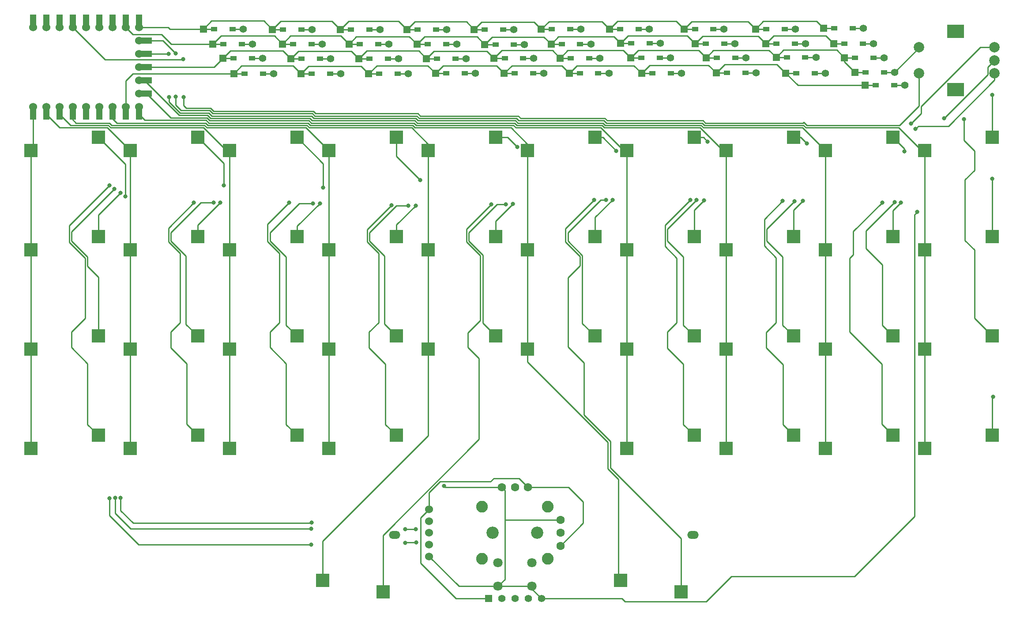
<source format=gbr>
%TF.GenerationSoftware,KiCad,Pcbnew,7.0.8*%
%TF.CreationDate,2024-05-12T08:22:54+09:00*%
%TF.ProjectId,ckb6,636b6236-2e6b-4696-9361-645f70636258,rev?*%
%TF.SameCoordinates,Original*%
%TF.FileFunction,Copper,L2,Bot*%
%TF.FilePolarity,Positive*%
%FSLAX46Y46*%
G04 Gerber Fmt 4.6, Leading zero omitted, Abs format (unit mm)*
G04 Created by KiCad (PCBNEW 7.0.8) date 2024-05-12 08:22:54*
%MOMM*%
%LPD*%
G01*
G04 APERTURE LIST*
%TA.AperFunction,ComponentPad*%
%ADD10R,1.397000X1.397000*%
%TD*%
%TA.AperFunction,SMDPad,CuDef*%
%ADD11R,1.300000X0.950000*%
%TD*%
%TA.AperFunction,ComponentPad*%
%ADD12C,1.397000*%
%TD*%
%TA.AperFunction,SMDPad,CuDef*%
%ADD13R,2.550000X2.500000*%
%TD*%
%TA.AperFunction,ComponentPad*%
%ADD14C,2.250000*%
%TD*%
%TA.AperFunction,ComponentPad*%
%ADD15C,2.350000*%
%TD*%
%TA.AperFunction,ComponentPad*%
%ADD16C,1.524000*%
%TD*%
%TA.AperFunction,ComponentPad*%
%ADD17C,1.600000*%
%TD*%
%TA.AperFunction,ComponentPad*%
%ADD18C,1.800000*%
%TD*%
%TA.AperFunction,ComponentPad*%
%ADD19O,2.200000X1.500000*%
%TD*%
%TA.AperFunction,SMDPad,CuDef*%
%ADD20R,2.600000X2.600000*%
%TD*%
%TA.AperFunction,ComponentPad*%
%ADD21C,2.000000*%
%TD*%
%TA.AperFunction,ComponentPad*%
%ADD22R,3.200000X2.500000*%
%TD*%
%TA.AperFunction,SMDPad,CuDef*%
%ADD23R,1.200000X2.000000*%
%TD*%
%TA.AperFunction,SMDPad,CuDef*%
%ADD24R,2.000000X1.200000*%
%TD*%
%TA.AperFunction,ViaPad*%
%ADD25C,0.800000*%
%TD*%
%TA.AperFunction,Conductor*%
%ADD26C,0.250000*%
%TD*%
G04 APERTURE END LIST*
D10*
%TO.P,D16,1,K*%
%TO.N,row1*%
X72975000Y142380000D03*
D11*
X75010000Y142380000D03*
%TO.P,D16,2,A*%
%TO.N,Net-(D16-A)*%
X78560000Y142380000D03*
D12*
X80595000Y142380000D03*
%TD*%
D13*
%TO.P,SW301,1,1*%
%TO.N,col0*%
X-67985000Y83740000D03*
%TO.P,SW301,2,2*%
%TO.N,Net-(D301-A)*%
X-55058000Y86280000D03*
%TD*%
%TO.P,SW1,1,1*%
%TO.N,col0*%
X-67985000Y121840000D03*
%TO.P,SW1,2,2*%
%TO.N,Net-(D1-A)*%
X-55058000Y124380000D03*
%TD*%
D10*
%TO.P,D303,1,K*%
%TO.N,row3*%
X35240000Y136700000D03*
D11*
X37275000Y136700000D03*
%TO.P,D303,2,A*%
%TO.N,Net-(D303-A)*%
X40825000Y136700000D03*
D12*
X42860000Y136700000D03*
%TD*%
D13*
%TO.P,SW27,1,1*%
%TO.N,col9*%
X103465000Y83740000D03*
%TO.P,SW27,2,2*%
%TO.N,Net-(D27-A)*%
X116392000Y86280000D03*
%TD*%
%TO.P,SW30,1,1*%
%TO.N,col3*%
X-10840000Y64700000D03*
%TO.P,SW30,2,2*%
%TO.N,Net-(D30-A)*%
X2087000Y67240000D03*
%TD*%
D10*
%TO.P,D15,1,K*%
%TO.N,row1*%
X59395000Y142380000D03*
D11*
X61430000Y142380000D03*
%TO.P,D15,2,A*%
%TO.N,Net-(D15-A)*%
X64980000Y142380000D03*
D12*
X67015000Y142380000D03*
%TD*%
D13*
%TO.P,SW17,1,1*%
%TO.N,col9*%
X103465000Y102790000D03*
%TO.P,SW17,2,2*%
%TO.N,Net-(D17-A)*%
X116392000Y105330000D03*
%TD*%
%TO.P,SW10,1,1*%
%TO.N,col2*%
X-29885000Y102790000D03*
%TO.P,SW10,2,2*%
%TO.N,Net-(D10-A)*%
X-16958000Y105330000D03*
%TD*%
%TO.P,SW15,1,1*%
%TO.N,col7*%
X65365000Y102790000D03*
%TO.P,SW15,2,2*%
%TO.N,Net-(D15-A)*%
X78292000Y105330000D03*
%TD*%
D10*
%TO.P,D19,1,K*%
%TO.N,row2*%
X-5080000Y139510000D03*
D11*
X-3045000Y139510000D03*
%TO.P,D19,2,A*%
%TO.N,Net-(D19-A)*%
X505000Y139510000D03*
D12*
X2540000Y139510000D03*
%TD*%
D10*
%TO.P,D28,1,K*%
%TO.N,row1*%
X-19765000Y142300000D03*
D11*
X-17730000Y142300000D03*
%TO.P,D28,2,A*%
%TO.N,Net-(D28-A)*%
X-14180000Y142300000D03*
D12*
X-12145000Y142300000D03*
%TD*%
D13*
%TO.P,SW28,1,1*%
%TO.N,col1*%
X-48935000Y102790000D03*
%TO.P,SW28,2,2*%
%TO.N,Net-(D28-A)*%
X-36008000Y105330000D03*
%TD*%
D10*
%TO.P,D5,1,K*%
%TO.N,row0*%
X17030000Y145110000D03*
D11*
X19065000Y145110000D03*
%TO.P,D5,2,A*%
%TO.N,Net-(D5-A)*%
X22615000Y145110000D03*
D12*
X24650000Y145110000D03*
%TD*%
D13*
%TO.P,SW19,1,1*%
%TO.N,col2*%
X-29885000Y83740000D03*
%TO.P,SW19,2,2*%
%TO.N,Net-(D19-A)*%
X-16958000Y86280000D03*
%TD*%
D10*
%TO.P,D24,1,K*%
%TO.N,row2*%
X61495000Y139670000D03*
D11*
X63530000Y139670000D03*
%TO.P,D24,2,A*%
%TO.N,Net-(D24-A)*%
X67080000Y139670000D03*
D12*
X69115000Y139670000D03*
%TD*%
D10*
%TO.P,D14,1,K*%
%TO.N,row1*%
X45075000Y142430000D03*
D11*
X47110000Y142430000D03*
%TO.P,D14,2,A*%
%TO.N,Net-(D14-A)*%
X50660000Y142430000D03*
D12*
X52695000Y142430000D03*
%TD*%
D10*
%TO.P,D302,1,K*%
%TO.N,row3*%
X-3205000Y136630000D03*
D11*
X-1170000Y136630000D03*
%TO.P,D302,2,A*%
%TO.N,Net-(D302-A)*%
X2380000Y136630000D03*
D12*
X4415000Y136630000D03*
%TD*%
D13*
%TO.P,SW13,1,1*%
%TO.N,col5*%
X27265000Y102790000D03*
%TO.P,SW13,2,2*%
%TO.N,Net-(D13-A)*%
X40192000Y105330000D03*
%TD*%
%TO.P,SW9,1,1*%
%TO.N,col8*%
X84415000Y121840000D03*
%TO.P,SW9,2,2*%
%TO.N,Net-(D9-A)*%
X97342000Y124380000D03*
%TD*%
D10*
%TO.P,D21,1,K*%
%TO.N,row2*%
X20845000Y139580000D03*
D11*
X22880000Y139580000D03*
%TO.P,D21,2,A*%
%TO.N,Net-(D21-A)*%
X26430000Y139580000D03*
D12*
X28465000Y139580000D03*
%TD*%
D13*
%TO.P,SW31,1,1*%
%TO.N,col6*%
X46315000Y64690000D03*
%TO.P,SW31,2,2*%
%TO.N,Net-(D31-A)*%
X59242000Y67230000D03*
%TD*%
D10*
%TO.P,D20,1,K*%
%TO.N,row2*%
X7870000Y139500000D03*
D11*
X9905000Y139500000D03*
%TO.P,D20,2,A*%
%TO.N,Net-(D20-A)*%
X13455000Y139500000D03*
D12*
X15490000Y139500000D03*
%TD*%
D13*
%TO.P,SW202,1,1*%
%TO.N,col8*%
X84415000Y64690000D03*
%TO.P,SW202,2,2*%
%TO.N,Net-(D202-A)*%
X97342000Y67230000D03*
%TD*%
D10*
%TO.P,D26,1,K*%
%TO.N,row3*%
X-29095000Y136590000D03*
D11*
X-27060000Y136590000D03*
%TO.P,D26,2,A*%
%TO.N,Net-(D26-A)*%
X-23510000Y136590000D03*
D12*
X-21475000Y136590000D03*
%TD*%
D10*
%TO.P,D13,1,K*%
%TO.N,row1*%
X31770000Y142280000D03*
D11*
X33805000Y142280000D03*
%TO.P,D13,2,A*%
%TO.N,Net-(D13-A)*%
X37355000Y142280000D03*
D12*
X39390000Y142280000D03*
%TD*%
D10*
%TO.P,D1,1,K*%
%TO.N,row0*%
X-34925000Y145170000D03*
D11*
X-32890000Y145170000D03*
%TO.P,D1,2,A*%
%TO.N,Net-(D1-A)*%
X-29340000Y145170000D03*
D12*
X-27305000Y145170000D03*
%TD*%
D13*
%TO.P,SW29,1,1*%
%TO.N,col7*%
X65365000Y64690000D03*
%TO.P,SW29,2,2*%
%TO.N,Net-(D29-A)*%
X78292000Y67230000D03*
%TD*%
%TO.P,SW3,1,1*%
%TO.N,col2*%
X-29885000Y121840000D03*
%TO.P,SW3,2,2*%
%TO.N,Net-(D3-A)*%
X-16958000Y124380000D03*
%TD*%
%TO.P,SW22,1,1*%
%TO.N,col5*%
X27265000Y83740000D03*
%TO.P,SW22,2,2*%
%TO.N,Net-(D22-A)*%
X40192000Y86280000D03*
%TD*%
D10*
%TO.P,D102,1,K*%
%TO.N,row1*%
X-33095000Y142310000D03*
D11*
X-31060000Y142310000D03*
%TO.P,D102,2,A*%
%TO.N,Net-(D102-A)*%
X-27510000Y142310000D03*
D12*
X-25475000Y142310000D03*
%TD*%
D10*
%TO.P,D23,1,K*%
%TO.N,row2*%
X47045000Y139620000D03*
D11*
X49080000Y139620000D03*
%TO.P,D23,2,A*%
%TO.N,Net-(D23-A)*%
X52630000Y139620000D03*
D12*
X54665000Y139620000D03*
%TD*%
D10*
%TO.P,D9,1,K*%
%TO.N,row0*%
X70995000Y145190000D03*
D11*
X73030000Y145190000D03*
%TO.P,D9,2,A*%
%TO.N,Net-(D9-A)*%
X76580000Y145190000D03*
D12*
X78615000Y145190000D03*
%TD*%
D13*
%TO.P,SW12,1,1*%
%TO.N,col4*%
X8215000Y102790000D03*
%TO.P,SW12,2,2*%
%TO.N,Net-(D12-A)*%
X21142000Y105330000D03*
%TD*%
D14*
%TO.P,J1,*%
%TO.N,*%
X18517500Y53520000D03*
X18517500Y43520000D03*
D15*
X20542500Y48520000D03*
X29142500Y48520000D03*
D14*
X31167500Y53520000D03*
X31167500Y43520000D03*
D16*
%TO.P,J1,1,Pin_1*%
%TO.N,VCC*%
X8332500Y53028000D03*
D17*
X27342500Y57250000D03*
X33572500Y46020000D03*
D16*
%TO.P,J1,2,Pin_2*%
%TO.N,joy_x*%
X8332500Y50774000D03*
D17*
X24842500Y57250000D03*
D16*
%TO.P,J1,3,Pin_3*%
%TO.N,joy_y*%
X8332500Y48520000D03*
D17*
X33572500Y48520000D03*
D16*
%TO.P,J1,4,Pin_4*%
%TO.N,sw_joy*%
X8332500Y46266000D03*
D18*
X21592500Y42770000D03*
X28092500Y42770000D03*
D16*
%TO.P,J1,5,Pin_5*%
%TO.N,GND*%
X8332500Y44012000D03*
D18*
X21592500Y38270000D03*
D17*
X22342500Y57250000D03*
D18*
X28092500Y38270000D03*
D17*
X33572500Y51020000D03*
%TD*%
D10*
%TO.P,D29,1,K*%
%TO.N,row3*%
X63440000Y136760000D03*
D11*
X65475000Y136760000D03*
%TO.P,D29,2,A*%
%TO.N,Net-(D29-A)*%
X69025000Y136760000D03*
D12*
X71060000Y136760000D03*
%TD*%
D13*
%TO.P,SW102,1,1*%
%TO.N,col0*%
X-67985000Y102790000D03*
%TO.P,SW102,2,2*%
%TO.N,Net-(D102-A)*%
X-55058000Y105330000D03*
%TD*%
D10*
%TO.P,D101,1,K*%
%TO.N,row0*%
X84025000Y145310000D03*
D11*
X86060000Y145310000D03*
%TO.P,D101,2,A*%
%TO.N,Net-(D101-A)*%
X89610000Y145310000D03*
D12*
X91645000Y145310000D03*
%TD*%
D13*
%TO.P,SW6,1,1*%
%TO.N,col5*%
X27265000Y121840000D03*
%TO.P,SW6,2,2*%
%TO.N,Net-(D6-A)*%
X40192000Y124380000D03*
%TD*%
D10*
%TO.P,D22,1,K*%
%TO.N,row2*%
X33505000Y139610000D03*
D11*
X35540000Y139610000D03*
%TO.P,D22,2,A*%
%TO.N,Net-(D22-A)*%
X39090000Y139610000D03*
D12*
X41125000Y139610000D03*
%TD*%
D10*
%TO.P,D301,1,K*%
%TO.N,row2*%
X-31155000Y139560000D03*
D11*
X-29120000Y139560000D03*
%TO.P,D301,2,A*%
%TO.N,Net-(D301-A)*%
X-25570000Y139560000D03*
D12*
X-23535000Y139560000D03*
%TD*%
D10*
%TO.P,D27,1,K*%
%TO.N,row3*%
X91980000Y134400000D03*
D11*
X94015000Y134400000D03*
%TO.P,D27,2,A*%
%TO.N,Net-(D27-A)*%
X97565000Y134400000D03*
D12*
X99600000Y134400000D03*
%TD*%
D10*
%TO.P,D12,1,K*%
%TO.N,row1*%
X19065000Y142220000D03*
D11*
X21100000Y142220000D03*
%TO.P,D12,2,A*%
%TO.N,Net-(D12-A)*%
X24650000Y142220000D03*
D12*
X26685000Y142220000D03*
%TD*%
D19*
%TO.P,SW32,*%
%TO.N,*%
X1795000Y48100000D03*
D20*
%TO.P,SW32,1,1*%
%TO.N,col4*%
X-12055000Y39400000D03*
%TO.P,SW32,2,2*%
%TO.N,Net-(D32-A)*%
X-455000Y37200000D03*
%TD*%
D13*
%TO.P,SW5,1,1*%
%TO.N,col4*%
X8215000Y121840000D03*
%TO.P,SW5,2,2*%
%TO.N,Net-(D5-A)*%
X21142000Y124380000D03*
%TD*%
D10*
%TO.P,TB1,1,VCC*%
%TO.N,VCC*%
X19762500Y35910000D03*
D12*
%TO.P,TB1,2,SDA*%
%TO.N,joy_x*%
X22302500Y35910000D03*
%TO.P,TB1,3,SCL*%
%TO.N,joy_y*%
X24842500Y35910000D03*
%TO.P,TB1,4,INT*%
%TO.N,sw_joy*%
X27382500Y35910000D03*
%TO.P,TB1,5,GND*%
%TO.N,GND*%
X29922500Y35910000D03*
%TD*%
D10*
%TO.P,D3,1,K*%
%TO.N,row0*%
X-8645000Y145060000D03*
D11*
X-6610000Y145060000D03*
%TO.P,D3,2,A*%
%TO.N,Net-(D3-A)*%
X-3060000Y145060000D03*
D12*
X-1025000Y145060000D03*
%TD*%
D10*
%TO.P,D30,1,K*%
%TO.N,row3*%
X9595000Y136660000D03*
D11*
X11630000Y136660000D03*
%TO.P,D30,2,A*%
%TO.N,Net-(D30-A)*%
X15180000Y136660000D03*
D12*
X17215000Y136660000D03*
%TD*%
D10*
%TO.P,D8,1,K*%
%TO.N,row0*%
X57335000Y145140000D03*
D11*
X59370000Y145140000D03*
%TO.P,D8,2,A*%
%TO.N,Net-(D8-A)*%
X62920000Y145140000D03*
D12*
X64955000Y145140000D03*
%TD*%
D13*
%TO.P,SW24,1,1*%
%TO.N,col7*%
X65365000Y83740000D03*
%TO.P,SW24,2,2*%
%TO.N,Net-(D24-A)*%
X78292000Y86280000D03*
%TD*%
%TO.P,SW16,1,1*%
%TO.N,col8*%
X84415000Y102790000D03*
%TO.P,SW16,2,2*%
%TO.N,Net-(D16-A)*%
X97342000Y105330000D03*
%TD*%
D21*
%TO.P,SW33,A,A*%
%TO.N,ro01*%
X116850000Y136660000D03*
%TO.P,SW33,B,B*%
%TO.N,ro02*%
X116850000Y141660000D03*
%TO.P,SW33,C,C*%
%TO.N,GND*%
X116850000Y139160000D03*
D22*
%TO.P,SW33,MP*%
%TO.N,N/C*%
X109350000Y133560000D03*
X109350000Y144760000D03*
D21*
%TO.P,SW33,S1,S1*%
%TO.N,Net-(D33-A)*%
X102350000Y141660000D03*
%TO.P,SW33,S2,S2*%
%TO.N,col10*%
X102350000Y136660000D03*
%TD*%
D10*
%TO.P,D201,1,K*%
%TO.N,row3*%
X-16230000Y136630000D03*
D11*
X-14195000Y136630000D03*
%TO.P,D201,2,A*%
%TO.N,Net-(D201-A)*%
X-10645000Y136630000D03*
D12*
X-8610000Y136630000D03*
%TD*%
D13*
%TO.P,SW23,1,1*%
%TO.N,col6*%
X46315000Y83740000D03*
%TO.P,SW23,2,2*%
%TO.N,Net-(D23-A)*%
X59242000Y86280000D03*
%TD*%
%TO.P,SW7,1,1*%
%TO.N,col6*%
X46315000Y121840000D03*
%TO.P,SW7,2,2*%
%TO.N,Net-(D7-A)*%
X59242000Y124380000D03*
%TD*%
D10*
%TO.P,D34,1,K*%
%TO.N,row2*%
X88040000Y139690000D03*
D11*
X90075000Y139690000D03*
%TO.P,D34,2,A*%
%TO.N,Net-(D34-A)*%
X93625000Y139690000D03*
D12*
X95660000Y139690000D03*
%TD*%
D10*
%TO.P,D4,1,K*%
%TO.N,row0*%
X4100000Y145080000D03*
D11*
X6135000Y145080000D03*
%TO.P,D4,2,A*%
%TO.N,Net-(D4-A)*%
X9685000Y145080000D03*
D12*
X11720000Y145080000D03*
%TD*%
D13*
%TO.P,SW14,1,1*%
%TO.N,col6*%
X46315000Y102790000D03*
%TO.P,SW14,2,2*%
%TO.N,Net-(D14-A)*%
X59242000Y105330000D03*
%TD*%
%TO.P,SW21,1,1*%
%TO.N,col4*%
X8215000Y83740000D03*
%TO.P,SW21,2,2*%
%TO.N,Net-(D21-A)*%
X21142000Y86280000D03*
%TD*%
D10*
%TO.P,D6,1,K*%
%TO.N,row0*%
X29890000Y145160000D03*
D11*
X31925000Y145160000D03*
%TO.P,D6,2,A*%
%TO.N,Net-(D6-A)*%
X35475000Y145160000D03*
D12*
X37510000Y145160000D03*
%TD*%
D13*
%TO.P,SW101,1,1*%
%TO.N,col9*%
X103465000Y121840000D03*
%TO.P,SW101,2,2*%
%TO.N,Net-(D101-A)*%
X116392000Y124380000D03*
%TD*%
D10*
%TO.P,D25,1,K*%
%TO.N,row2*%
X74950000Y139710000D03*
D11*
X76985000Y139710000D03*
%TO.P,D25,2,A*%
%TO.N,Net-(D25-A)*%
X80535000Y139710000D03*
D12*
X82570000Y139710000D03*
%TD*%
D13*
%TO.P,SW18,1,1*%
%TO.N,col1*%
X-48935000Y83740000D03*
%TO.P,SW18,2,2*%
%TO.N,Net-(D18-A)*%
X-36008000Y86280000D03*
%TD*%
D10*
%TO.P,D31,1,K*%
%TO.N,row3*%
X49145000Y136700000D03*
D11*
X51180000Y136700000D03*
%TO.P,D31,2,A*%
%TO.N,Net-(D31-A)*%
X54730000Y136700000D03*
D12*
X56765000Y136700000D03*
%TD*%
D13*
%TO.P,SW302,1,1*%
%TO.N,col2*%
X-29885000Y64690000D03*
%TO.P,SW302,2,2*%
%TO.N,Net-(D302-A)*%
X-16958000Y67230000D03*
%TD*%
D10*
%TO.P,D10,1,K*%
%TO.N,row1*%
X-6995000Y142310000D03*
D11*
X-4960000Y142310000D03*
%TO.P,D10,2,A*%
%TO.N,Net-(D10-A)*%
X-1410000Y142310000D03*
D12*
X625000Y142310000D03*
%TD*%
D10*
%TO.P,D7,1,K*%
%TO.N,row0*%
X42985000Y145180000D03*
D11*
X45020000Y145180000D03*
%TO.P,D7,2,A*%
%TO.N,Net-(D7-A)*%
X48570000Y145180000D03*
D12*
X50605000Y145180000D03*
%TD*%
D10*
%TO.P,D33,1,K*%
%TO.N,row2*%
X90030000Y136880000D03*
D11*
X92065000Y136880000D03*
%TO.P,D33,2,A*%
%TO.N,Net-(D33-A)*%
X95615000Y136880000D03*
D12*
X97650000Y136880000D03*
%TD*%
D13*
%TO.P,SW201,1,1*%
%TO.N,col1*%
X-48935000Y64690000D03*
%TO.P,SW201,2,2*%
%TO.N,Net-(D201-A)*%
X-36008000Y67230000D03*
%TD*%
%TO.P,SW25,1,1*%
%TO.N,col8*%
X84415000Y83740000D03*
%TO.P,SW25,2,2*%
%TO.N,Net-(D25-A)*%
X97342000Y86280000D03*
%TD*%
D10*
%TO.P,D202,1,K*%
%TO.N,row3*%
X76805000Y136710000D03*
D11*
X78840000Y136710000D03*
%TO.P,D202,2,A*%
%TO.N,Net-(D202-A)*%
X82390000Y136710000D03*
D12*
X84425000Y136710000D03*
%TD*%
D10*
%TO.P,D2,1,K*%
%TO.N,row0*%
X-21665000Y145110000D03*
D11*
X-19630000Y145110000D03*
%TO.P,D2,2,A*%
%TO.N,Net-(D2-A)*%
X-16080000Y145110000D03*
D12*
X-14045000Y145110000D03*
%TD*%
D19*
%TO.P,SW303,*%
%TO.N,*%
X58950000Y48100000D03*
D20*
%TO.P,SW303,1,1*%
%TO.N,col5*%
X45100000Y39400000D03*
%TO.P,SW303,2,2*%
%TO.N,Net-(D303-A)*%
X56700000Y37200000D03*
%TD*%
D13*
%TO.P,SW2,1,1*%
%TO.N,col1*%
X-48935000Y121840000D03*
%TO.P,SW2,2,2*%
%TO.N,Net-(D2-A)*%
X-36008000Y124380000D03*
%TD*%
D10*
%TO.P,D11,1,K*%
%TO.N,row1*%
X6040000Y142260000D03*
D11*
X8075000Y142260000D03*
%TO.P,D11,2,A*%
%TO.N,Net-(D11-A)*%
X11625000Y142260000D03*
D12*
X13660000Y142260000D03*
%TD*%
D10*
%TO.P,D17,1,K*%
%TO.N,row1*%
X86000000Y142340000D03*
D11*
X88035000Y142340000D03*
%TO.P,D17,2,A*%
%TO.N,Net-(D17-A)*%
X91585000Y142340000D03*
D12*
X93620000Y142340000D03*
%TD*%
D13*
%TO.P,SW8,1,1*%
%TO.N,col7*%
X65365000Y121840000D03*
%TO.P,SW8,2,2*%
%TO.N,Net-(D8-A)*%
X78292000Y124380000D03*
%TD*%
%TO.P,SW20,1,1*%
%TO.N,col3*%
X-10835000Y83740000D03*
%TO.P,SW20,2,2*%
%TO.N,Net-(D20-A)*%
X2092000Y86280000D03*
%TD*%
D10*
%TO.P,D32,1,K*%
%TO.N,row3*%
X22780000Y136650000D03*
D11*
X24815000Y136650000D03*
%TO.P,D32,2,A*%
%TO.N,Net-(D32-A)*%
X28365000Y136650000D03*
D12*
X30400000Y136650000D03*
%TD*%
D10*
%TO.P,D18,1,K*%
%TO.N,row2*%
X-18165000Y139500000D03*
D11*
X-16130000Y139500000D03*
%TO.P,D18,2,A*%
%TO.N,Net-(D18-A)*%
X-12580000Y139500000D03*
D12*
X-10545000Y139500000D03*
%TD*%
D13*
%TO.P,SW34,1,1*%
%TO.N,col9*%
X103465000Y64690000D03*
%TO.P,SW34,2,2*%
%TO.N,Net-(D34-A)*%
X116392000Y67230000D03*
%TD*%
%TO.P,SW11,1,1*%
%TO.N,col3*%
X-10835000Y102790000D03*
%TO.P,SW11,2,2*%
%TO.N,Net-(D11-A)*%
X2092000Y105330000D03*
%TD*%
%TO.P,SW26,1,1*%
%TO.N,col0*%
X-67985000Y64690000D03*
%TO.P,SW26,2,2*%
%TO.N,Net-(D26-A)*%
X-55058000Y67230000D03*
%TD*%
%TO.P,SW4,1,1*%
%TO.N,col3*%
X-10835000Y121840000D03*
%TO.P,SW4,2,2*%
%TO.N,Net-(D4-A)*%
X2092000Y124380000D03*
%TD*%
D16*
%TO.P,U1,0,GP0*%
%TO.N,col0*%
X-67567500Y130260000D03*
D23*
X-67567500Y128790000D03*
D16*
%TO.P,U1,1,GP1*%
%TO.N,col1*%
X-65027500Y130260000D03*
D23*
X-65027500Y128790000D03*
D16*
%TO.P,U1,2,GP2*%
%TO.N,col2*%
X-62487500Y130260000D03*
D23*
X-62487500Y128790000D03*
D16*
%TO.P,U1,3,GP3*%
%TO.N,col3*%
X-59947500Y130260000D03*
D23*
X-59947500Y128790000D03*
D16*
%TO.P,U1,4,GP4*%
%TO.N,ro01*%
X-57407500Y130260000D03*
D23*
X-57407500Y128790000D03*
D16*
%TO.P,U1,5,GP5*%
%TO.N,ro02*%
X-54867500Y130260000D03*
D23*
X-54867500Y128790000D03*
D16*
%TO.P,U1,6,GP6*%
%TO.N,col4*%
X-52327500Y130260000D03*
D23*
X-52327500Y128790000D03*
D16*
%TO.P,U1,7,GP7*%
%TO.N,row3*%
X-49787500Y130260000D03*
D23*
X-49787500Y128790000D03*
D16*
%TO.P,U1,8,GP8*%
%TO.N,col5*%
X-47247500Y130260000D03*
D23*
X-47247500Y128790000D03*
D24*
%TO.P,U1,9,GP9*%
%TO.N,col6*%
X-45797500Y132800000D03*
D16*
X-47247500Y132800000D03*
D24*
%TO.P,U1,10,GP10*%
%TO.N,col7*%
X-45797500Y135340000D03*
D16*
X-47247500Y135340000D03*
D24*
%TO.P,U1,11,GP11*%
%TO.N,row2*%
X-45787500Y137880000D03*
D16*
X-47247500Y137880000D03*
D24*
%TO.P,U1,12,GP12*%
%TO.N,col8*%
X-45807500Y140420000D03*
D16*
X-47247500Y140420000D03*
D24*
%TO.P,U1,13,GP13*%
%TO.N,col9*%
X-45797500Y142960000D03*
D16*
X-47247500Y142960000D03*
D23*
%TO.P,U1,14,GP14*%
%TO.N,row0*%
X-47247500Y146970000D03*
D16*
X-47247500Y145500000D03*
D23*
%TO.P,U1,15,GP15*%
%TO.N,row1*%
X-49787500Y146970000D03*
D16*
X-49787500Y145500000D03*
D23*
%TO.P,U1,26,GP26*%
%TO.N,joy_x*%
X-52327500Y146970000D03*
D16*
X-52327500Y145500000D03*
D23*
%TO.P,U1,27,GP27*%
%TO.N,joy_y*%
X-54867500Y146970000D03*
D16*
X-54867500Y145500000D03*
D23*
%TO.P,U1,28,GP28*%
%TO.N,sw_joy*%
X-57407500Y146970000D03*
D16*
X-57407500Y145500000D03*
D23*
%TO.P,U1,29,GP29*%
%TO.N,col10*%
X-59947500Y146970000D03*
D16*
X-59947500Y145500000D03*
D23*
%TO.P,U1,30,3V3*%
%TO.N,unconnected-(U1-3V3-Pad30)*%
X-62487500Y146970000D03*
D16*
X-62487500Y145500000D03*
D23*
%TO.P,U1,31,GND*%
%TO.N,GND*%
X-65027500Y146970000D03*
D16*
X-65027500Y145500000D03*
D23*
%TO.P,U1,32,5V*%
%TO.N,VCC*%
X-67567500Y146970000D03*
D16*
X-67567500Y145500000D03*
%TD*%
D25*
%TO.N,Net-(D1-A)*%
X-49930000Y113040000D03*
%TO.N,Net-(D2-A)*%
X-31010000Y115220000D03*
%TO.N,Net-(D3-A)*%
X-11940000Y114780000D03*
%TO.N,Net-(D4-A)*%
X6680000Y116190000D03*
%TO.N,Net-(D5-A)*%
X25300000Y122540000D03*
%TO.N,Net-(D6-A)*%
X44270000Y121790000D03*
%TO.N,Net-(D7-A)*%
X61790000Y123580000D03*
%TO.N,Net-(D8-A)*%
X80800000Y123250000D03*
%TO.N,Net-(D9-A)*%
X99550000Y121700000D03*
%TO.N,Net-(D10-A)*%
X-12580000Y111740000D03*
%TO.N,Net-(D11-A)*%
X5790000Y111314500D03*
%TO.N,Net-(D12-A)*%
X24430000Y111590000D03*
%TO.N,Net-(D13-A)*%
X43560000Y112420000D03*
%TO.N,Net-(D14-A)*%
X61140000Y112310000D03*
%TO.N,Net-(D15-A)*%
X80070000Y112260000D03*
%TO.N,Net-(D16-A)*%
X98840000Y111840000D03*
%TO.N,Net-(D17-A)*%
X116350000Y116460000D03*
%TO.N,Net-(D18-A)*%
X-32920000Y111850000D03*
%TO.N,Net-(D19-A)*%
X-13910000Y111730000D03*
%TO.N,Net-(D20-A)*%
X4390000Y111314500D03*
%TO.N,Net-(D21-A)*%
X23070000Y111580000D03*
%TO.N,Net-(D22-A)*%
X42280000Y112360000D03*
%TO.N,Net-(D23-A)*%
X59680000Y112410000D03*
%TO.N,Net-(D24-A)*%
X78490000Y112160000D03*
%TO.N,Net-(D25-A)*%
X97640000Y111940000D03*
%TO.N,Net-(D26-A)*%
X-52970000Y115210000D03*
%TO.N,Net-(D27-A)*%
X111000000Y127850000D03*
%TO.N,Net-(D28-A)*%
X-31730000Y111870000D03*
%TO.N,Net-(D29-A)*%
X76200000Y112210000D03*
%TO.N,Net-(D30-A)*%
X1176875Y111393125D03*
%TO.N,Net-(D31-A)*%
X58500000Y112410000D03*
%TO.N,Net-(D101-A)*%
X116400000Y132530000D03*
%TO.N,Net-(D102-A)*%
X-50860000Y113720000D03*
%TO.N,Net-(D201-A)*%
X-36740000Y111870000D03*
%TO.N,Net-(D202-A)*%
X95290000Y111900000D03*
%TO.N,Net-(D301-A)*%
X-51980000Y114540000D03*
%TO.N,Net-(D302-A)*%
X-18500000Y111840000D03*
%TO.N,col8*%
X-41520000Y132140000D03*
X-41590000Y140400000D03*
%TO.N,col9*%
X-40220000Y132190000D03*
X-40220000Y140460000D03*
%TO.N,Net-(D303-A)*%
X40010000Y112390000D03*
%TO.N,joy_x*%
X-14170000Y50500000D03*
X-50830553Y55219480D03*
%TO.N,joy_y*%
X-51830000Y55230000D03*
X-14250000Y49330000D03*
X5780000Y49220000D03*
X3770000Y49270000D03*
%TO.N,sw_joy*%
X3760000Y46570000D03*
X-14280000Y46260000D03*
X-52950000Y55180000D03*
X5940000Y46680000D03*
%TO.N,ro01*%
X101670000Y126000000D03*
%TO.N,GND*%
X11260000Y57490000D03*
X102040000Y110140000D03*
X107145000Y128045000D03*
%TO.N,Net-(D32-A)*%
X20310000Y111580000D03*
%TO.N,ro02*%
X100820000Y127020000D03*
%TO.N,Net-(D34-A)*%
X116520000Y74630000D03*
%TO.N,col10*%
X-38720000Y132140000D03*
X-38810000Y139360000D03*
%TD*%
D26*
%TO.N,row0*%
X44515000Y146710000D02*
X55765000Y146710000D01*
X-21665000Y145110000D02*
X-19630000Y145110000D01*
X69605000Y146580000D02*
X70995000Y145190000D01*
X-8645000Y145060000D02*
X-6610000Y145060000D01*
X70995000Y145190000D02*
X72475000Y146670000D01*
X-7065000Y146640000D02*
X2540000Y146640000D01*
X-23295000Y146740000D02*
X-21665000Y145110000D01*
X-34925000Y145170000D02*
X-32890000Y145170000D01*
X42985000Y145180000D02*
X44515000Y146710000D01*
X15550000Y146590000D02*
X17030000Y145110000D01*
X-33355000Y146740000D02*
X-23295000Y146740000D01*
X42985000Y145180000D02*
X45020000Y145180000D01*
X72475000Y146670000D02*
X82665000Y146670000D01*
X84025000Y145310000D02*
X86060000Y145310000D01*
X57335000Y145140000D02*
X58775000Y146580000D01*
X57335000Y145140000D02*
X59370000Y145140000D01*
X4100000Y145080000D02*
X6135000Y145080000D01*
X-8645000Y145060000D02*
X-7065000Y146640000D01*
X82665000Y146670000D02*
X84025000Y145310000D01*
X31350000Y146620000D02*
X41545000Y146620000D01*
X41545000Y146620000D02*
X42985000Y145180000D01*
X17030000Y145110000D02*
X18460000Y146540000D01*
X17030000Y145110000D02*
X19065000Y145110000D01*
X-34925000Y145170000D02*
X-33355000Y146740000D01*
X-10295000Y146710000D02*
X-8645000Y145060000D01*
X2540000Y146640000D02*
X4100000Y145080000D01*
X28510000Y146540000D02*
X29890000Y145160000D01*
X-20065000Y146710000D02*
X-10295000Y146710000D01*
X-47247500Y145500000D02*
X-41660000Y145500000D01*
X18460000Y146540000D02*
X28510000Y146540000D01*
X55765000Y146710000D02*
X57335000Y145140000D01*
X70995000Y145190000D02*
X73030000Y145190000D01*
X-34925000Y145170000D02*
X-41330000Y145170000D01*
X-21665000Y145110000D02*
X-20065000Y146710000D01*
X58775000Y146580000D02*
X69605000Y146580000D01*
X29890000Y145160000D02*
X31925000Y145160000D01*
X4100000Y145080000D02*
X5610000Y146590000D01*
X5610000Y146590000D02*
X15550000Y146590000D01*
X29890000Y145160000D02*
X31350000Y146620000D01*
X-41330000Y145170000D02*
X-41660000Y145500000D01*
%TO.N,Net-(D1-A)*%
X-49930000Y116560000D02*
X-49890000Y116600000D01*
X-49890000Y116600000D02*
X-49890000Y119212000D01*
X-49930000Y113040000D02*
X-49930000Y116560000D01*
X-49890000Y119212000D02*
X-55058000Y124380000D01*
X-29340000Y145170000D02*
X-27305000Y145170000D01*
%TO.N,Net-(D2-A)*%
X-31010000Y115220000D02*
X-31010000Y119382000D01*
X-14045000Y145110000D02*
X-16080000Y145110000D01*
X-31010000Y119382000D02*
X-36008000Y124380000D01*
%TO.N,Net-(D3-A)*%
X-3060000Y145060000D02*
X-1025000Y145060000D01*
X-11940000Y119362000D02*
X-16958000Y124380000D01*
X-11940000Y114780000D02*
X-11940000Y119362000D01*
%TO.N,Net-(D4-A)*%
X2092000Y120778000D02*
X2092000Y124380000D01*
X9685000Y145080000D02*
X11720000Y145080000D01*
X6680000Y116190000D02*
X2092000Y120778000D01*
%TO.N,Net-(D5-A)*%
X25300000Y122540000D02*
X23460000Y124380000D01*
X23460000Y124380000D02*
X21142000Y124380000D01*
X24650000Y145110000D02*
X22615000Y145110000D01*
%TO.N,Net-(D6-A)*%
X40192000Y124380000D02*
X40192000Y124358000D01*
X37510000Y145160000D02*
X35475000Y145160000D01*
X44270000Y121790000D02*
X41680000Y124380000D01*
X41680000Y124380000D02*
X40192000Y124380000D01*
%TO.N,Net-(D7-A)*%
X60990000Y124380000D02*
X59242000Y124380000D01*
X61790000Y123580000D02*
X60990000Y124380000D01*
X50605000Y145180000D02*
X48570000Y145180000D01*
%TO.N,Net-(D8-A)*%
X79670000Y124380000D02*
X78292000Y124380000D01*
X80800000Y123250000D02*
X79670000Y124380000D01*
X64955000Y145140000D02*
X62920000Y145140000D01*
%TO.N,Net-(D9-A)*%
X99550000Y122172000D02*
X97342000Y124380000D01*
X78615000Y145190000D02*
X76580000Y145190000D01*
X99550000Y121700000D02*
X99550000Y122172000D01*
%TO.N,row1*%
X-6995000Y142310000D02*
X-5575000Y143730000D01*
X74475000Y143880000D02*
X84460000Y143880000D01*
X86000000Y142340000D02*
X88035000Y142340000D01*
X59395000Y142380000D02*
X60855000Y143840000D01*
X-6995000Y142310000D02*
X-4960000Y142310000D01*
X-19765000Y142300000D02*
X-18215000Y143850000D01*
X31770000Y142280000D02*
X33805000Y142280000D01*
X6040000Y142260000D02*
X8075000Y142260000D01*
X19065000Y142220000D02*
X20495000Y143650000D01*
X7520000Y143740000D02*
X17545000Y143740000D01*
X57915000Y143860000D02*
X59395000Y142380000D01*
X45075000Y142430000D02*
X46505000Y143860000D01*
X72975000Y142380000D02*
X75010000Y142380000D01*
X31770000Y142280000D02*
X33200000Y143710000D01*
X19065000Y142220000D02*
X21100000Y142220000D01*
X-19765000Y142300000D02*
X-17730000Y142300000D01*
X-33095000Y142310000D02*
X-31060000Y142310000D01*
X6040000Y142260000D02*
X7520000Y143740000D01*
X17545000Y143740000D02*
X19065000Y142220000D01*
X72975000Y142380000D02*
X74475000Y143880000D01*
X59395000Y142380000D02*
X61430000Y142380000D01*
X-41080000Y142310000D02*
X-42916500Y144146500D01*
X-42916500Y144146500D02*
X-48434000Y144146500D01*
X-33095000Y142310000D02*
X-41080000Y142310000D01*
X-33095000Y142310000D02*
X-31555000Y143850000D01*
X-48434000Y144146500D02*
X-49787500Y145500000D01*
X30400000Y143650000D02*
X31770000Y142280000D01*
X46505000Y143860000D02*
X57915000Y143860000D01*
X45075000Y142430000D02*
X47110000Y142430000D01*
X-5575000Y143730000D02*
X4570000Y143730000D01*
X20495000Y143650000D02*
X30400000Y143650000D01*
X43795000Y143710000D02*
X45075000Y142430000D01*
X4570000Y143730000D02*
X6040000Y142260000D01*
X-8535000Y143850000D02*
X-6995000Y142310000D01*
X60855000Y143840000D02*
X71515000Y143840000D01*
X-21315000Y143850000D02*
X-19765000Y142300000D01*
X33200000Y143710000D02*
X43795000Y143710000D01*
X71515000Y143840000D02*
X72975000Y142380000D01*
X-31555000Y143850000D02*
X-21315000Y143850000D01*
X84460000Y143880000D02*
X86000000Y142340000D01*
X-18215000Y143850000D02*
X-8535000Y143850000D01*
%TO.N,Net-(D10-A)*%
X-1410000Y142310000D02*
X625000Y142310000D01*
X-12580000Y111740000D02*
X-16958000Y107362000D01*
X-16958000Y107362000D02*
X-16958000Y105330000D01*
%TO.N,Net-(D11-A)*%
X5790000Y111314500D02*
X2092000Y107616500D01*
X2092000Y107616500D02*
X2092000Y105330000D01*
X11625000Y142260000D02*
X13660000Y142260000D01*
%TO.N,Net-(D12-A)*%
X26685000Y142220000D02*
X24650000Y142220000D01*
X24430000Y111590000D02*
X21142000Y108302000D01*
X21142000Y108302000D02*
X21142000Y105330000D01*
%TO.N,Net-(D13-A)*%
X43560000Y112420000D02*
X40192000Y109052000D01*
X40192000Y109052000D02*
X40192000Y105330000D01*
X39390000Y142280000D02*
X37355000Y142280000D01*
%TO.N,Net-(D14-A)*%
X52695000Y142430000D02*
X50660000Y142430000D01*
X59242000Y110412000D02*
X59242000Y105330000D01*
X61140000Y112310000D02*
X59242000Y110412000D01*
%TO.N,Net-(D15-A)*%
X78292000Y110482000D02*
X78292000Y105330000D01*
X80070000Y112260000D02*
X78292000Y110482000D01*
X67015000Y142380000D02*
X64980000Y142380000D01*
%TO.N,Net-(D16-A)*%
X80595000Y142380000D02*
X78560000Y142380000D01*
X98840000Y111840000D02*
X97342000Y110342000D01*
X97342000Y110342000D02*
X97342000Y105330000D01*
%TO.N,Net-(D17-A)*%
X93620000Y142340000D02*
X91585000Y142340000D01*
X116350000Y116460000D02*
X116392000Y116418000D01*
X116392000Y116418000D02*
X116392000Y105330000D01*
%TO.N,row2*%
X86590000Y141140000D02*
X88040000Y139690000D01*
X-3045000Y139510000D02*
X-5080000Y139510000D01*
X61495000Y139670000D02*
X62925000Y141100000D01*
X74950000Y139710000D02*
X76985000Y139710000D01*
X61495000Y139670000D02*
X63530000Y139670000D01*
X60075000Y141090000D02*
X61495000Y139670000D01*
X62925000Y141100000D02*
X73560000Y141100000D01*
X9905000Y139500000D02*
X7870000Y139500000D01*
X22315000Y141050000D02*
X32065000Y141050000D01*
X19485000Y140940000D02*
X20845000Y139580000D01*
X34945000Y141050000D02*
X45615000Y141050000D01*
X-5080000Y139510000D02*
X-6520000Y140950000D01*
X-31155000Y139560000D02*
X-32835000Y137880000D01*
X9310000Y140940000D02*
X19485000Y140940000D01*
X20845000Y139580000D02*
X22315000Y141050000D01*
X88040000Y138870000D02*
X90030000Y136880000D01*
X20845000Y139580000D02*
X22880000Y139580000D01*
X90030000Y136880000D02*
X92065000Y136880000D01*
X33505000Y139610000D02*
X35540000Y139610000D01*
X-29705000Y141010000D02*
X-19675000Y141010000D01*
X48515000Y141090000D02*
X60075000Y141090000D01*
X-16130000Y139500000D02*
X-18165000Y139500000D01*
X7870000Y139500000D02*
X9310000Y140940000D01*
X7870000Y139500000D02*
X6380000Y140990000D01*
X76380000Y141140000D02*
X86590000Y141140000D01*
X45615000Y141050000D02*
X47045000Y139620000D01*
X-31155000Y139560000D02*
X-29120000Y139560000D01*
X33505000Y139610000D02*
X34945000Y141050000D01*
X-6520000Y140950000D02*
X-16715000Y140950000D01*
X73560000Y141100000D02*
X74950000Y139710000D01*
X74950000Y139710000D02*
X76380000Y141140000D01*
X-19675000Y141010000D02*
X-18165000Y139500000D01*
X47045000Y139620000D02*
X49080000Y139620000D01*
X88040000Y139690000D02*
X88040000Y138870000D01*
X-16715000Y140950000D02*
X-18165000Y139500000D01*
X6380000Y140990000D02*
X-3600000Y140990000D01*
X-3600000Y140990000D02*
X-5080000Y139510000D01*
X-31155000Y139560000D02*
X-29705000Y141010000D01*
X32065000Y141050000D02*
X33505000Y139610000D01*
X47045000Y139620000D02*
X48515000Y141090000D01*
X88040000Y139690000D02*
X90075000Y139690000D01*
X-32835000Y137880000D02*
X-47247500Y137880000D01*
%TO.N,Net-(D18-A)*%
X-35441650Y111850000D02*
X-41185000Y106106650D01*
X-38280000Y88552000D02*
X-36008000Y86280000D01*
X-41185000Y106106650D02*
X-41185000Y104515000D01*
X-10545000Y139500000D02*
X-12580000Y139500000D01*
X-38280000Y101610000D02*
X-38280000Y88552000D01*
X-32920000Y111850000D02*
X-35441650Y111850000D01*
X-41185000Y104515000D02*
X-38280000Y101610000D01*
%TO.N,Net-(D19-A)*%
X2540000Y139510000D02*
X505000Y139510000D01*
X-16511650Y111730000D02*
X-22135000Y106106650D01*
X-22135000Y106106650D02*
X-22135000Y104553350D01*
X-19045000Y101463350D02*
X-19045000Y88367000D01*
X-22135000Y104553350D02*
X-19045000Y101463350D01*
X-13910000Y111730000D02*
X-16511650Y111730000D01*
X-19045000Y88367000D02*
X-16958000Y86280000D01*
%TO.N,Net-(D20-A)*%
X-3085000Y104553350D02*
X-210000Y101678350D01*
X2122850Y111314500D02*
X-3085000Y106106650D01*
X-210000Y88582000D02*
X2092000Y86280000D01*
X15490000Y139500000D02*
X13455000Y139500000D01*
X-210000Y101678350D02*
X-210000Y88582000D01*
X4390000Y111314500D02*
X2122850Y111314500D01*
X-3085000Y106106650D02*
X-3085000Y104553350D01*
%TO.N,Net-(D21-A)*%
X15965000Y104553350D02*
X18690000Y101828350D01*
X21438350Y111580000D02*
X15965000Y106106650D01*
X18690000Y101828350D02*
X18690000Y88732000D01*
X23070000Y111580000D02*
X21438350Y111580000D01*
X18690000Y88732000D02*
X21142000Y86280000D01*
X15965000Y106106650D02*
X15965000Y104553350D01*
X28465000Y139580000D02*
X26430000Y139580000D01*
%TO.N,Net-(D22-A)*%
X41125000Y139610000D02*
X39090000Y139610000D01*
X37770001Y101720000D02*
X37770001Y88701999D01*
X35015000Y106106650D02*
X35015000Y104475001D01*
X41268350Y112360000D02*
X35015000Y106106650D01*
X35015000Y104475001D02*
X37770001Y101720000D01*
X37770001Y88701999D02*
X40192000Y86280000D01*
X42280000Y112360000D02*
X41268350Y112360000D01*
%TO.N,Net-(D23-A)*%
X59680000Y112410000D02*
X54065000Y106795000D01*
X54665000Y139620000D02*
X52630000Y139620000D01*
X57155000Y101463350D02*
X57155000Y88367000D01*
X54065000Y106795000D02*
X54065000Y104553350D01*
X57155000Y88367000D02*
X59242000Y86280000D01*
X54065000Y104553350D02*
X57155000Y101463350D01*
%TO.N,Net-(D24-A)*%
X73115000Y104525000D02*
X76205000Y101435000D01*
X76205000Y101435000D02*
X76205000Y88367000D01*
X73115000Y106785000D02*
X73115000Y104525000D01*
X69115000Y139670000D02*
X67080000Y139670000D01*
X76205000Y88367000D02*
X78292000Y86280000D01*
X78490000Y112160000D02*
X73115000Y106785000D01*
%TO.N,Net-(D25-A)*%
X82570000Y139710000D02*
X80535000Y139710000D01*
X97640000Y111940000D02*
X92165000Y106465000D01*
X92165000Y106465000D02*
X92165000Y103035000D01*
X92165000Y103035000D02*
X95290000Y99910000D01*
X95290000Y99910000D02*
X95290000Y88332000D01*
X95290000Y88332000D02*
X97342000Y86280000D01*
%TO.N,row3*%
X91980000Y134400000D02*
X94015000Y134400000D01*
X-27595000Y138090000D02*
X-17690000Y138090000D01*
X11085000Y138150000D02*
X21280000Y138150000D01*
X65080000Y138400000D02*
X75115000Y138400000D01*
X-48460000Y136590000D02*
X-49787500Y135262500D01*
X50685000Y138240000D02*
X61960000Y138240000D01*
X49145000Y136700000D02*
X50685000Y138240000D01*
X33810000Y138130000D02*
X35240000Y136700000D01*
X-14780000Y138080000D02*
X-4655000Y138080000D01*
X9595000Y136660000D02*
X11085000Y138150000D01*
X8095000Y138160000D02*
X9595000Y136660000D01*
X36710000Y138170000D02*
X47675000Y138170000D01*
X75115000Y138400000D02*
X76805000Y136710000D01*
X76805000Y136710000D02*
X78840000Y136710000D01*
X-29095000Y136590000D02*
X-48460000Y136590000D01*
X35240000Y136700000D02*
X36710000Y138170000D01*
X-1675000Y138160000D02*
X8095000Y138160000D01*
X24260000Y138130000D02*
X33810000Y138130000D01*
X-17690000Y138090000D02*
X-16230000Y136630000D01*
X47675000Y138170000D02*
X49145000Y136700000D01*
X-3205000Y136630000D02*
X-1170000Y136630000D01*
X9595000Y136660000D02*
X11630000Y136660000D01*
X-29095000Y136590000D02*
X-27595000Y138090000D01*
X-3205000Y136630000D02*
X-1675000Y138160000D01*
X-49787500Y135262500D02*
X-49787500Y130260000D01*
X49145000Y136700000D02*
X51180000Y136700000D01*
X79115000Y134400000D02*
X91980000Y134400000D01*
X-4655000Y138080000D02*
X-3205000Y136630000D01*
X76805000Y136710000D02*
X79115000Y134400000D01*
X-16230000Y136630000D02*
X-14195000Y136630000D01*
X61960000Y138240000D02*
X63440000Y136760000D01*
X22780000Y136650000D02*
X24260000Y138130000D01*
X-16230000Y136630000D02*
X-14780000Y138080000D01*
X63440000Y136760000D02*
X65475000Y136760000D01*
X63440000Y136760000D02*
X65080000Y138400000D01*
X22780000Y136650000D02*
X24815000Y136650000D01*
X-49787500Y130260000D02*
X-49787500Y128790000D01*
X35240000Y136700000D02*
X37275000Y136700000D01*
X21280000Y138150000D02*
X22780000Y136650000D01*
X-29095000Y136590000D02*
X-27060000Y136590000D01*
%TO.N,Net-(D26-A)*%
X-57595000Y101205000D02*
X-57595000Y89696650D01*
X-52970000Y115210000D02*
X-60685000Y107495000D01*
X-60685000Y107495000D02*
X-60685000Y104295000D01*
X-57595000Y89696650D02*
X-60235000Y87056650D01*
X-60235000Y84085000D02*
X-57145000Y80995000D01*
X-60235000Y87056650D02*
X-60235000Y84085000D01*
X-57145000Y80995000D02*
X-57145000Y69317000D01*
X-60685000Y104295000D02*
X-57595000Y101205000D01*
X-23510000Y136590000D02*
X-21475000Y136590000D01*
X-57145000Y69317000D02*
X-55058000Y67230000D01*
%TO.N,Net-(D27-A)*%
X116392000Y86280000D02*
X112975000Y89697000D01*
X112975000Y118095000D02*
X112975000Y121825000D01*
X112975000Y121825000D02*
X111000000Y123800000D01*
X111180000Y104588350D02*
X111180000Y116300000D01*
X112975000Y102793350D02*
X111180000Y104588350D01*
X99600000Y134400000D02*
X97565000Y134400000D01*
X111000000Y123800000D02*
X111000000Y127850000D01*
X112975000Y89697000D02*
X112975000Y102793350D01*
X111180000Y116300000D02*
X112975000Y118095000D01*
%TO.N,Net-(D28-A)*%
X-14180000Y142300000D02*
X-12145000Y142300000D01*
X-31730000Y111870000D02*
X-36008000Y107592000D01*
X-36008000Y107592000D02*
X-36008000Y105330000D01*
%TO.N,Net-(D29-A)*%
X71060000Y136760000D02*
X69025000Y136760000D01*
X72665000Y103555000D02*
X74910000Y101310000D01*
X76230000Y80849468D02*
X76230000Y69292000D01*
X73070000Y84009468D02*
X76230000Y80849468D01*
X73070000Y87011650D02*
X73070000Y84009468D01*
X72665000Y108675000D02*
X72665000Y103555000D01*
X76230000Y69292000D02*
X78292000Y67230000D01*
X76200000Y112210000D02*
X72665000Y108675000D01*
X74910000Y101310000D02*
X74910000Y88851650D01*
X74910000Y88851650D02*
X73070000Y87011650D01*
%TO.N,Net-(D30-A)*%
X-3535000Y106681250D02*
X-3535000Y104355000D01*
X-1325000Y102145000D02*
X-1325000Y88885000D01*
X5000Y80874468D02*
X5000Y69322000D01*
X-3130000Y84009468D02*
X5000Y80874468D01*
X-1325000Y88885000D02*
X-3130000Y87080000D01*
X1176875Y111393125D02*
X-3535000Y106681250D01*
X-3535000Y104355000D02*
X-1325000Y102145000D01*
X5000Y69322000D02*
X2087000Y67240000D01*
X-3130000Y87080000D02*
X-3130000Y84009468D01*
X17215000Y136660000D02*
X15180000Y136660000D01*
%TO.N,Net-(D31-A)*%
X55840000Y88831650D02*
X54065000Y87056650D01*
X58500000Y112410000D02*
X53615000Y107525000D01*
X57140000Y69332000D02*
X59242000Y67230000D01*
X57140000Y80889468D02*
X57140000Y69332000D01*
X54065000Y87056650D02*
X54065000Y83964468D01*
X53615000Y103464468D02*
X55840000Y101239468D01*
X56765000Y136700000D02*
X54730000Y136700000D01*
X53615000Y107525000D02*
X53615000Y103464468D01*
X55840000Y101239468D02*
X55840000Y88831650D01*
X54065000Y83964468D02*
X57140000Y80889468D01*
%TO.N,Net-(D101-A)*%
X91645000Y145310000D02*
X89610000Y145310000D01*
X116392000Y132522000D02*
X116400000Y132530000D01*
X116392000Y124380000D02*
X116392000Y132522000D01*
%TO.N,Net-(D102-A)*%
X-55058000Y109522000D02*
X-55058000Y105330000D01*
X-27510000Y142310000D02*
X-25475000Y142310000D01*
X-50860000Y113720000D02*
X-55058000Y109522000D01*
%TO.N,Net-(D201-A)*%
X-41635000Y104328604D02*
X-39425000Y102118604D01*
X-41185000Y84005000D02*
X-38130000Y80950000D01*
X-39425000Y102118604D02*
X-39425000Y88816650D01*
X-10645000Y136630000D02*
X-8610000Y136630000D01*
X-36740000Y111870000D02*
X-41635000Y106975000D01*
X-41185000Y87056650D02*
X-41185000Y84005000D01*
X-38130000Y80950000D02*
X-38130000Y69352000D01*
X-41635000Y106975000D02*
X-41635000Y104328604D01*
X-38130000Y69352000D02*
X-36008000Y67230000D01*
X-39425000Y88816650D02*
X-41185000Y87056650D01*
%TO.N,Net-(D202-A)*%
X95220000Y80909468D02*
X95220000Y69352000D01*
X95220000Y69352000D02*
X97342000Y67230000D01*
X89750000Y101929468D02*
X89070000Y101249468D01*
X95290000Y111900000D02*
X89750000Y106360000D01*
X89070000Y101249468D02*
X89070000Y87059468D01*
X89750000Y106360000D02*
X89750000Y101929468D01*
X89070000Y87059468D02*
X95220000Y80909468D01*
X84425000Y136710000D02*
X82390000Y136710000D01*
%TO.N,Net-(D301-A)*%
X-57145000Y101463350D02*
X-57145000Y99701167D01*
X-55058000Y97614167D02*
X-55058000Y86280000D01*
X-51980000Y114540000D02*
X-60235000Y106285000D01*
X-60235000Y106285000D02*
X-60235000Y104553350D01*
X-60235000Y104553350D02*
X-57145000Y101463350D01*
X-25570000Y139560000D02*
X-23535000Y139560000D01*
X-57145000Y99701167D02*
X-55058000Y97614167D01*
%TO.N,Net-(D302-A)*%
X-22135000Y87056650D02*
X-22135000Y84100000D01*
X-20375000Y88816650D02*
X-22135000Y87056650D01*
X-22135000Y84100000D02*
X-19045000Y81010000D01*
X-22610000Y107730000D02*
X-22610000Y104391954D01*
X-20375000Y102156954D02*
X-20375000Y88816650D01*
X4415000Y136630000D02*
X2380000Y136630000D01*
X-18500000Y111840000D02*
X-22610000Y107730000D01*
X-19045000Y81010000D02*
X-19045000Y69317000D01*
X-19045000Y69317000D02*
X-16958000Y67230000D01*
X-22610000Y104391954D02*
X-20375000Y102156954D01*
%TO.N,col0*%
X-67567500Y122257500D02*
X-67985000Y121840000D01*
X-67985000Y102790000D02*
X-67985000Y83740000D01*
X-67567500Y130260000D02*
X-67567500Y128790000D01*
X-67985000Y83740000D02*
X-67985000Y64690000D01*
X-67985000Y121840000D02*
X-67985000Y102790000D01*
X-67567500Y128790000D02*
X-67567500Y122257500D01*
%TO.N,col1*%
X-48935000Y83740000D02*
X-48935000Y102790000D01*
X-53350000Y126255000D02*
X-48935000Y121840000D01*
X-65027500Y128790000D02*
X-62492500Y126255000D01*
X-48935000Y64690000D02*
X-48935000Y83740000D01*
X-48935000Y102790000D02*
X-48935000Y121840000D01*
X-62492500Y126255000D02*
X-53350000Y126255000D01*
X-65027500Y130260000D02*
X-65027500Y128790000D01*
%TO.N,col2*%
X-52713604Y126255000D02*
X-34898380Y126255000D01*
X-29885000Y102790000D02*
X-29885000Y83740000D01*
X-62487500Y128790000D02*
X-60402500Y126705000D01*
X-53163604Y126705000D02*
X-52713604Y126255000D01*
X-34898380Y126255000D02*
X-29885000Y121241620D01*
X-60402500Y126705000D02*
X-53163604Y126705000D01*
X-29885000Y83740000D02*
X-29885000Y64690000D01*
X-62487500Y130260000D02*
X-62487500Y128790000D01*
X-29885000Y120000000D02*
X-29885000Y102790000D01*
X-29885000Y121241620D02*
X-29885000Y120000000D01*
X-29885000Y121840000D02*
X-29885000Y120000000D01*
%TO.N,col3*%
X-34711984Y126705000D02*
X-34261984Y126255000D01*
X-59947500Y127762500D02*
X-59340000Y127155000D01*
X-10840000Y83735000D02*
X-10835000Y83740000D01*
X-59947500Y130260000D02*
X-59947500Y128790000D01*
X-59340000Y127155000D02*
X-52977208Y127155000D01*
X-52977208Y127155000D02*
X-52527208Y126705000D01*
X-10835000Y83740000D02*
X-10835000Y102790000D01*
X-15250000Y126255000D02*
X-10835000Y121840000D01*
X-59947500Y128790000D02*
X-59947500Y127762500D01*
X-10840000Y64700000D02*
X-10840000Y83735000D01*
X-34261984Y126255000D02*
X-15250000Y126255000D01*
X-52527208Y126705000D02*
X-34711984Y126705000D01*
X-10835000Y121840000D02*
X-10835000Y102790000D01*
%TO.N,col4*%
X-52327500Y127997500D02*
X-51485000Y127155000D01*
X8215000Y102790000D02*
X8215000Y83740000D01*
X8215000Y67176167D02*
X-12055000Y46906167D01*
X-34525588Y127155000D02*
X-34075588Y126705000D01*
X5050000Y126255000D02*
X8215000Y123090000D01*
X8215000Y121840000D02*
X8215000Y102790000D01*
X8215000Y123090000D02*
X8215000Y121840000D01*
X-15063604Y126705000D02*
X-14613604Y126255000D01*
X8215000Y83740000D02*
X8215000Y67176167D01*
X-52327500Y130260000D02*
X-52327500Y127997500D01*
X-51485000Y127155000D02*
X-34525588Y127155000D01*
X-34075588Y126705000D02*
X-15063604Y126705000D01*
X-12055000Y46906167D02*
X-12055000Y39400000D01*
X-14613604Y126255000D02*
X5050000Y126255000D01*
%TO.N,col5*%
X-47247500Y130260000D02*
X-47247500Y128790000D01*
X-34414192Y127680000D02*
X-46137500Y127680000D01*
X42666281Y65929885D02*
X27265000Y81331167D01*
X44715000Y58785000D02*
X42666281Y60833719D01*
X42666281Y60833719D02*
X42666281Y65929885D01*
X-46137500Y127680000D02*
X-47247500Y128790000D01*
X5686396Y126255000D02*
X5236396Y126705000D01*
X44715000Y39785000D02*
X44715000Y58785000D01*
X27265000Y83740000D02*
X27265000Y102790000D01*
X-14877208Y127155000D02*
X-33889192Y127155000D01*
X-33889192Y127155000D02*
X-34414192Y127680000D01*
X24100000Y126255000D02*
X5686396Y126255000D01*
X45100000Y39400000D02*
X44715000Y39785000D01*
X27265000Y81331167D02*
X27265000Y83740000D01*
X27265000Y121840000D02*
X27265000Y123090000D01*
X5236396Y126705000D02*
X-14427208Y126705000D01*
X27265000Y121840000D02*
X27265000Y102790000D01*
X-14427208Y126705000D02*
X-14877208Y127155000D01*
X27265000Y123090000D02*
X24100000Y126255000D01*
%TO.N,col6*%
X5905000Y126705000D02*
X5455000Y127155000D01*
X-47247500Y132800000D02*
X-45797500Y132800000D01*
X-14690812Y127605000D02*
X-33702796Y127605000D01*
X5455000Y127155000D02*
X-14240812Y127155000D01*
X46315000Y64690000D02*
X46315000Y83740000D01*
X-34257796Y128160000D02*
X-41157500Y128160000D01*
X45716620Y121840000D02*
X41301620Y126255000D01*
X46315000Y121840000D02*
X45716620Y121840000D01*
X46315000Y102790000D02*
X46315000Y121840000D01*
X-33702796Y127605000D02*
X-34257796Y128160000D01*
X46315000Y83740000D02*
X46315000Y102790000D01*
X-41157500Y128160000D02*
X-45797500Y132800000D01*
X-14240812Y127155000D02*
X-14690812Y127605000D01*
X41301620Y126255000D02*
X25005000Y126255000D01*
X24555000Y126705000D02*
X5905000Y126705000D01*
X25005000Y126255000D02*
X24555000Y126705000D01*
%TO.N,col7*%
X5641396Y127605000D02*
X6091396Y127155000D01*
X41535000Y126705000D02*
X41985000Y126255000D01*
X25191396Y126705000D02*
X41535000Y126705000D01*
X6091396Y127155000D02*
X24741396Y127155000D01*
X24741396Y127155000D02*
X25191396Y126705000D01*
X-33516400Y128055000D02*
X-14504416Y128055000D01*
X65365000Y102790000D02*
X65365000Y83740000D01*
X-34105700Y128644300D02*
X-33516400Y128055000D01*
X-14504416Y128055000D02*
X-14054416Y127605000D01*
X41985000Y126255000D02*
X60351620Y126255000D01*
X-46277880Y135340000D02*
X-39582180Y128644300D01*
X64766620Y121840000D02*
X65365000Y121840000D01*
X65365000Y121840000D02*
X65365000Y102790000D01*
X-47247500Y135340000D02*
X-46277880Y135340000D01*
X-14054416Y127605000D02*
X5641396Y127605000D01*
X65365000Y64690000D02*
X65365000Y83740000D01*
X60351620Y126255000D02*
X64766620Y121840000D01*
X-39582180Y128644300D02*
X-34105700Y128644300D01*
%TO.N,col8*%
X-33330004Y128505000D02*
X-33919304Y129094300D01*
X-41520000Y131218516D02*
X-41520000Y132140000D01*
X-39395784Y129094300D02*
X-41520000Y131218516D01*
X6277792Y127605000D02*
X5827792Y128055000D01*
X-13735000Y128055000D02*
X-14185000Y128505000D01*
X80000000Y126255000D02*
X60988016Y126255000D01*
X84415000Y64690000D02*
X84415000Y83740000D01*
X-14185000Y128505000D02*
X-33330004Y128505000D01*
X5827792Y128055000D02*
X-13735000Y128055000D01*
X60988016Y126255000D02*
X60538016Y126705000D01*
X84415000Y83740000D02*
X84415000Y102790000D01*
X84415000Y102790000D02*
X84415000Y121840000D01*
X-33919304Y129094300D02*
X-39395784Y129094300D01*
X24927792Y127605000D02*
X6277792Y127605000D01*
X41721396Y127155000D02*
X25377792Y127155000D01*
X60538016Y126705000D02*
X42171396Y126705000D01*
X25377792Y127155000D02*
X24927792Y127605000D01*
X84415000Y121840000D02*
X80000000Y126255000D01*
X-41610000Y140420000D02*
X-41590000Y140400000D01*
X42171396Y126705000D02*
X41721396Y127155000D01*
X-47247500Y140420000D02*
X-41610000Y140420000D01*
%TO.N,col9*%
X-45797500Y142960000D02*
X-42720000Y142960000D01*
X6014188Y128505000D02*
X-13548604Y128505000D01*
X80186396Y126705000D02*
X61174412Y126705000D01*
X6464188Y128055000D02*
X6014188Y128505000D01*
X102866620Y121840000D02*
X98451620Y126255000D01*
X-33732908Y129544300D02*
X-39209388Y129544300D01*
X-47247500Y142960000D02*
X-45797500Y142960000D01*
X103465000Y102790000D02*
X103465000Y83740000D01*
X-42720000Y142960000D02*
X-40220000Y140460000D01*
X41907792Y127605000D02*
X25564188Y127605000D01*
X-13998604Y128955000D02*
X-33143608Y128955000D01*
X-40220000Y130554912D02*
X-40220000Y132190000D01*
X60724412Y127155000D02*
X42357792Y127155000D01*
X42357792Y127155000D02*
X41907792Y127605000D01*
X-39209388Y129544300D02*
X-40220000Y130554912D01*
X61174412Y126705000D02*
X60724412Y127155000D01*
X25114188Y128055000D02*
X6464188Y128055000D01*
X98451620Y126255000D02*
X80636396Y126255000D01*
X-13548604Y128505000D02*
X-13998604Y128955000D01*
X80636396Y126255000D02*
X80186396Y126705000D01*
X103465000Y121840000D02*
X103465000Y102790000D01*
X25564188Y127605000D02*
X25114188Y128055000D01*
X103465000Y83740000D02*
X103465000Y64690000D01*
X-33143608Y128955000D02*
X-33732908Y129544300D01*
X103465000Y121840000D02*
X102866620Y121840000D01*
%TO.N,Net-(D303-A)*%
X43116281Y66116281D02*
X38070000Y71162563D01*
X56700000Y47436396D02*
X56700000Y37200000D01*
X42860000Y136700000D02*
X40825000Y136700000D01*
X38070000Y71162563D02*
X38070000Y81110000D01*
X35015000Y84165000D02*
X35015000Y97485532D01*
X38070000Y81110000D02*
X35015000Y84165000D01*
X43116281Y63920000D02*
X43116281Y61020115D01*
X43116281Y63920000D02*
X43116281Y66116281D01*
X34520000Y106900000D02*
X40010000Y112390000D01*
X37320001Y101533604D02*
X34520000Y104333605D01*
X37320001Y99790533D02*
X37320001Y101533604D01*
X35015000Y97485532D02*
X37320001Y99790533D01*
X43116281Y61020115D02*
X56700000Y47436396D01*
X34520000Y104333605D02*
X34520000Y106900000D01*
%TO.N,joy_x*%
X-50830553Y52800553D02*
X-48410000Y50380000D01*
X-50830553Y55219480D02*
X-50830553Y52800553D01*
X-14290000Y50380000D02*
X-14170000Y50500000D01*
X-48410000Y50380000D02*
X-14290000Y50380000D01*
%TO.N,joy_y*%
X5780000Y49220000D02*
X3820000Y49220000D01*
X-51830000Y52300000D02*
X-48860000Y49330000D01*
X-51830000Y55230000D02*
X-51830000Y52300000D01*
X3820000Y49220000D02*
X3770000Y49270000D01*
X-48860000Y49330000D02*
X-14250000Y49330000D01*
%TO.N,sw_joy*%
X-52950000Y55180000D02*
X-52950000Y51890000D01*
X5940000Y46680000D02*
X3870000Y46680000D01*
X3870000Y46680000D02*
X3760000Y46570000D01*
X-47320000Y46260000D02*
X-14280000Y46260000D01*
X-52950000Y51890000D02*
X-47320000Y46260000D01*
%TO.N,ro01*%
X107976396Y126570000D02*
X116850000Y135443604D01*
X116850000Y135443604D02*
X116850000Y136660000D01*
X101670000Y126000000D02*
X102240000Y126570000D01*
X-57407500Y130260000D02*
X-57407500Y128790000D01*
X102240000Y126570000D02*
X107976396Y126570000D01*
%TO.N,GND*%
X102040000Y110140000D02*
X101450000Y109550000D01*
X101460000Y68343380D02*
X101460000Y51690000D01*
X22904629Y56687871D02*
X22904629Y51070000D01*
X28092500Y38270000D02*
X21592500Y38270000D01*
X28092500Y37740000D02*
X28092500Y38270000D01*
X22342500Y57250000D02*
X22904629Y56687871D01*
X115525000Y136425000D02*
X107145000Y128045000D01*
X29922500Y35910000D02*
X28092500Y37740000D01*
X33572500Y51020000D02*
X22954629Y51020000D01*
X11500000Y57250000D02*
X22342500Y57250000D01*
X11260000Y57490000D02*
X11500000Y57250000D01*
X101450000Y109550000D02*
X101450000Y68353380D01*
X22904629Y39582129D02*
X21592500Y38270000D01*
X115525000Y137835000D02*
X115525000Y136425000D01*
X22954629Y51020000D02*
X22904629Y51070000D01*
X89946650Y40176650D02*
X66350000Y40176650D01*
X116850000Y139160000D02*
X115525000Y137835000D01*
X101450000Y68353380D02*
X101460000Y68343380D01*
X14074500Y38270000D02*
X21592500Y38270000D01*
X8332500Y44012000D02*
X14074500Y38270000D01*
X61498350Y35325000D02*
X66350000Y40176650D01*
X45380000Y35910000D02*
X45965000Y35325000D01*
X45380000Y35910000D02*
X29922500Y35910000D01*
X22904629Y51070000D02*
X22904629Y39582129D01*
X45965000Y35325000D02*
X61498350Y35325000D01*
X101460000Y51690000D02*
X89946650Y40176650D01*
%TO.N,VCC*%
X27342500Y57250000D02*
X25602500Y58990000D01*
X20775000Y58990000D02*
X20160000Y58375000D01*
X6740000Y42670000D02*
X6740000Y51435500D01*
X27342500Y57250000D02*
X35120000Y57250000D01*
X37930000Y54440000D02*
X37930000Y50377500D01*
X19762500Y35910000D02*
X15300000Y35910000D01*
X7482250Y52177750D02*
X8332500Y53028000D01*
X13500000Y35910000D02*
X6740000Y42670000D01*
X15300000Y35910000D02*
X13500000Y35910000D01*
X25602500Y58990000D02*
X20775000Y58990000D01*
X8332500Y56236104D02*
X10471396Y58375000D01*
X37930000Y50377500D02*
X33572500Y46020000D01*
X8332500Y53028000D02*
X8332500Y56236104D01*
X6740000Y51435500D02*
X7482250Y52177750D01*
X10471396Y58375000D02*
X20160000Y58375000D01*
X35120000Y57250000D02*
X37930000Y54440000D01*
%TO.N,Net-(D32-A)*%
X20310000Y111580000D02*
X15515000Y106785000D01*
X18160000Y101721954D02*
X18160000Y89251650D01*
X30400000Y136650000D02*
X28365000Y136650000D01*
X17940000Y66480000D02*
X-455000Y48085000D01*
X15850000Y84079468D02*
X17940000Y81989468D01*
X15515000Y104366954D02*
X18160000Y101721954D01*
X15515000Y106785000D02*
X15515000Y104366954D01*
X-455000Y48085000D02*
X-455000Y37200000D01*
X15850000Y86941650D02*
X15850000Y84079468D01*
X18160000Y89251650D02*
X15850000Y86941650D01*
X17940000Y81989468D02*
X17940000Y66480000D01*
%TO.N,Net-(D33-A)*%
X102350000Y141580000D02*
X102350000Y141660000D01*
X97650000Y136880000D02*
X95615000Y136880000D01*
X97650000Y136880000D02*
X102350000Y141580000D01*
%TO.N,ro02*%
X102800000Y129000000D02*
X100820000Y127020000D01*
X116850000Y141660000D02*
X114140380Y141660000D01*
X102800000Y130319620D02*
X102800000Y129000000D01*
X114140380Y141660000D02*
X102800000Y130319620D01*
%TO.N,Net-(D34-A)*%
X116520000Y74630000D02*
X116392000Y74502000D01*
X95660000Y139690000D02*
X93625000Y139690000D01*
X116392000Y74502000D02*
X116392000Y67230000D01*
%TO.N,col10*%
X-38204300Y129994300D02*
X-33546512Y129994300D01*
X-38720000Y130510000D02*
X-38204300Y129994300D01*
X42094188Y128055000D02*
X25940000Y128055000D01*
X60910808Y127605000D02*
X47770000Y127605000D01*
X7460000Y128505000D02*
X6650584Y128505000D01*
X98635000Y126705000D02*
X98265224Y126705000D01*
X62470000Y127155000D02*
X61360808Y127155000D01*
X-38837000Y139333000D02*
X-38810000Y139360000D01*
X25490000Y128505000D02*
X17810000Y128505000D01*
X102350000Y130535000D02*
X102350000Y130420000D01*
X43575000Y127605000D02*
X42544188Y127605000D01*
X102350000Y130420000D02*
X98635000Y126705000D01*
X-13362208Y128955000D02*
X-12540000Y128955000D01*
X-59947500Y145500000D02*
X-53780500Y139333000D01*
X80822792Y126705000D02*
X80372792Y127155000D01*
X-13812208Y129405000D02*
X-13362208Y128955000D01*
X-53780500Y139333000D02*
X-38837000Y139333000D01*
X6200584Y128955000D02*
X1160000Y128955000D01*
X-38720000Y132140000D02*
X-38720000Y130510000D01*
X42544188Y127605000D02*
X42094188Y128055000D01*
X61360808Y127155000D02*
X60910808Y127605000D01*
X80217792Y127310000D02*
X80062792Y127155000D01*
X80372792Y127155000D02*
X80217792Y127310000D01*
X-33546512Y129994300D02*
X-32957212Y129405000D01*
X98265224Y126705000D02*
X80822792Y126705000D01*
X80062792Y127155000D02*
X62470000Y127155000D01*
X6650584Y128505000D02*
X6200584Y128955000D01*
X47770000Y127605000D02*
X43575000Y127605000D01*
X-32957212Y129405000D02*
X-13812208Y129405000D01*
X25940000Y128055000D02*
X25490000Y128505000D01*
X1160000Y128955000D02*
X-12540000Y128955000D01*
X102350000Y136660000D02*
X102350000Y130535000D01*
X17810000Y128505000D02*
X7460000Y128505000D01*
%TD*%
M02*

</source>
